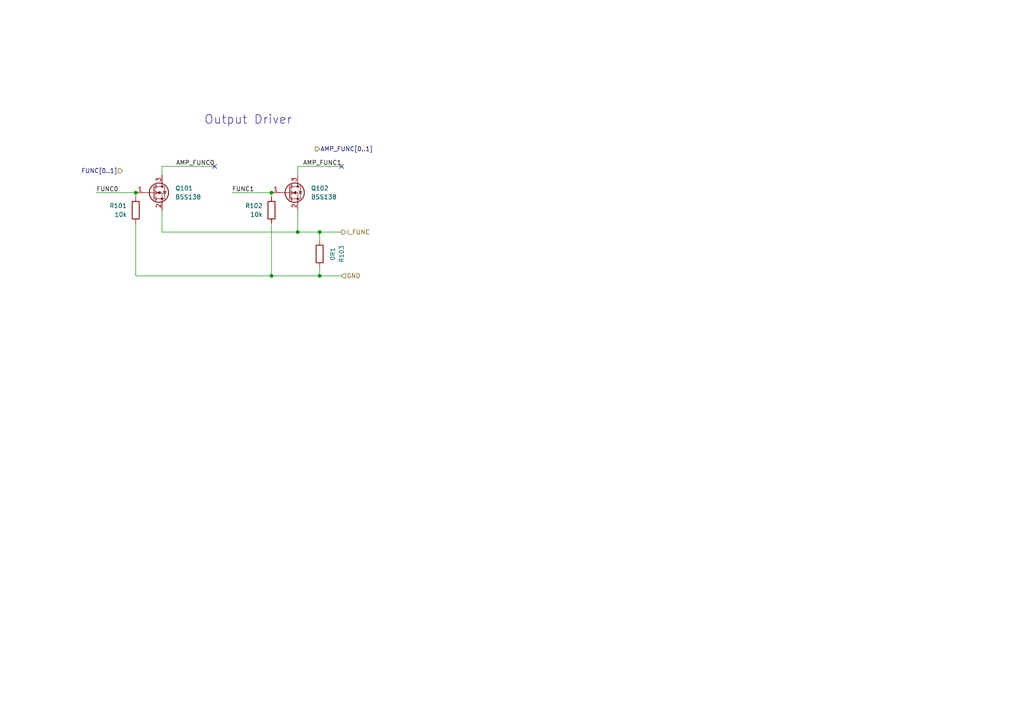
<source format=kicad_sch>
(kicad_sch
	(version 20231120)
	(generator "eeschema")
	(generator_version "8.0")
	(uuid "05e300d5-f5fa-4357-9552-f348c65b0d1e")
	(paper "A4")
	(title_block
		(title "xDuinoRail - LocDecoder - Development Kit")
		(date "2024-10-09")
		(rev "v0.2")
		(company "Chatelain Engineering, Bern - CH")
	)
	(lib_symbols
		(symbol "Device:R"
			(pin_numbers hide)
			(pin_names
				(offset 0)
			)
			(exclude_from_sim no)
			(in_bom yes)
			(on_board yes)
			(property "Reference" "R"
				(at 2.032 0 90)
				(effects
					(font
						(size 1.27 1.27)
					)
				)
			)
			(property "Value" "R"
				(at 0 0 90)
				(effects
					(font
						(size 1.27 1.27)
					)
				)
			)
			(property "Footprint" ""
				(at -1.778 0 90)
				(effects
					(font
						(size 1.27 1.27)
					)
					(hide yes)
				)
			)
			(property "Datasheet" "~"
				(at 0 0 0)
				(effects
					(font
						(size 1.27 1.27)
					)
					(hide yes)
				)
			)
			(property "Description" "Resistor"
				(at 0 0 0)
				(effects
					(font
						(size 1.27 1.27)
					)
					(hide yes)
				)
			)
			(property "ki_keywords" "R res resistor"
				(at 0 0 0)
				(effects
					(font
						(size 1.27 1.27)
					)
					(hide yes)
				)
			)
			(property "ki_fp_filters" "R_*"
				(at 0 0 0)
				(effects
					(font
						(size 1.27 1.27)
					)
					(hide yes)
				)
			)
			(symbol "R_0_1"
				(rectangle
					(start -1.016 -2.54)
					(end 1.016 2.54)
					(stroke
						(width 0.254)
						(type default)
					)
					(fill
						(type none)
					)
				)
			)
			(symbol "R_1_1"
				(pin passive line
					(at 0 3.81 270)
					(length 1.27)
					(name "~"
						(effects
							(font
								(size 1.27 1.27)
							)
						)
					)
					(number "1"
						(effects
							(font
								(size 1.27 1.27)
							)
						)
					)
				)
				(pin passive line
					(at 0 -3.81 90)
					(length 1.27)
					(name "~"
						(effects
							(font
								(size 1.27 1.27)
							)
						)
					)
					(number "2"
						(effects
							(font
								(size 1.27 1.27)
							)
						)
					)
				)
			)
		)
		(symbol "Transistor_FET:BSS138"
			(pin_names hide)
			(exclude_from_sim no)
			(in_bom yes)
			(on_board yes)
			(property "Reference" "Q"
				(at 5.08 1.905 0)
				(effects
					(font
						(size 1.27 1.27)
					)
					(justify left)
				)
			)
			(property "Value" "BSS138"
				(at 5.08 0 0)
				(effects
					(font
						(size 1.27 1.27)
					)
					(justify left)
				)
			)
			(property "Footprint" "Package_TO_SOT_SMD:SOT-23"
				(at 5.08 -1.905 0)
				(effects
					(font
						(size 1.27 1.27)
						(italic yes)
					)
					(justify left)
					(hide yes)
				)
			)
			(property "Datasheet" "https://www.onsemi.com/pub/Collateral/BSS138-D.PDF"
				(at 5.08 -3.81 0)
				(effects
					(font
						(size 1.27 1.27)
					)
					(justify left)
					(hide yes)
				)
			)
			(property "Description" "50V Vds, 0.22A Id, N-Channel MOSFET, SOT-23"
				(at 0 0 0)
				(effects
					(font
						(size 1.27 1.27)
					)
					(hide yes)
				)
			)
			(property "ki_keywords" "N-Channel MOSFET"
				(at 0 0 0)
				(effects
					(font
						(size 1.27 1.27)
					)
					(hide yes)
				)
			)
			(property "ki_fp_filters" "SOT?23*"
				(at 0 0 0)
				(effects
					(font
						(size 1.27 1.27)
					)
					(hide yes)
				)
			)
			(symbol "BSS138_0_1"
				(polyline
					(pts
						(xy 0.254 0) (xy -2.54 0)
					)
					(stroke
						(width 0)
						(type default)
					)
					(fill
						(type none)
					)
				)
				(polyline
					(pts
						(xy 0.254 1.905) (xy 0.254 -1.905)
					)
					(stroke
						(width 0.254)
						(type default)
					)
					(fill
						(type none)
					)
				)
				(polyline
					(pts
						(xy 0.762 -1.27) (xy 0.762 -2.286)
					)
					(stroke
						(width 0.254)
						(type default)
					)
					(fill
						(type none)
					)
				)
				(polyline
					(pts
						(xy 0.762 0.508) (xy 0.762 -0.508)
					)
					(stroke
						(width 0.254)
						(type default)
					)
					(fill
						(type none)
					)
				)
				(polyline
					(pts
						(xy 0.762 2.286) (xy 0.762 1.27)
					)
					(stroke
						(width 0.254)
						(type default)
					)
					(fill
						(type none)
					)
				)
				(polyline
					(pts
						(xy 2.54 2.54) (xy 2.54 1.778)
					)
					(stroke
						(width 0)
						(type default)
					)
					(fill
						(type none)
					)
				)
				(polyline
					(pts
						(xy 2.54 -2.54) (xy 2.54 0) (xy 0.762 0)
					)
					(stroke
						(width 0)
						(type default)
					)
					(fill
						(type none)
					)
				)
				(polyline
					(pts
						(xy 0.762 -1.778) (xy 3.302 -1.778) (xy 3.302 1.778) (xy 0.762 1.778)
					)
					(stroke
						(width 0)
						(type default)
					)
					(fill
						(type none)
					)
				)
				(polyline
					(pts
						(xy 1.016 0) (xy 2.032 0.381) (xy 2.032 -0.381) (xy 1.016 0)
					)
					(stroke
						(width 0)
						(type default)
					)
					(fill
						(type outline)
					)
				)
				(polyline
					(pts
						(xy 2.794 0.508) (xy 2.921 0.381) (xy 3.683 0.381) (xy 3.81 0.254)
					)
					(stroke
						(width 0)
						(type default)
					)
					(fill
						(type none)
					)
				)
				(polyline
					(pts
						(xy 3.302 0.381) (xy 2.921 -0.254) (xy 3.683 -0.254) (xy 3.302 0.381)
					)
					(stroke
						(width 0)
						(type default)
					)
					(fill
						(type none)
					)
				)
				(circle
					(center 1.651 0)
					(radius 2.794)
					(stroke
						(width 0.254)
						(type default)
					)
					(fill
						(type none)
					)
				)
				(circle
					(center 2.54 -1.778)
					(radius 0.254)
					(stroke
						(width 0)
						(type default)
					)
					(fill
						(type outline)
					)
				)
				(circle
					(center 2.54 1.778)
					(radius 0.254)
					(stroke
						(width 0)
						(type default)
					)
					(fill
						(type outline)
					)
				)
			)
			(symbol "BSS138_1_1"
				(pin input line
					(at -5.08 0 0)
					(length 2.54)
					(name "G"
						(effects
							(font
								(size 1.27 1.27)
							)
						)
					)
					(number "1"
						(effects
							(font
								(size 1.27 1.27)
							)
						)
					)
				)
				(pin passive line
					(at 2.54 -5.08 90)
					(length 2.54)
					(name "S"
						(effects
							(font
								(size 1.27 1.27)
							)
						)
					)
					(number "2"
						(effects
							(font
								(size 1.27 1.27)
							)
						)
					)
				)
				(pin passive line
					(at 2.54 5.08 270)
					(length 2.54)
					(name "D"
						(effects
							(font
								(size 1.27 1.27)
							)
						)
					)
					(number "3"
						(effects
							(font
								(size 1.27 1.27)
							)
						)
					)
				)
			)
		)
	)
	(junction
		(at 78.74 80.01)
		(diameter 0)
		(color 0 0 0 0)
		(uuid "13a084fe-c576-47a5-8e4f-9734967be5c1")
	)
	(junction
		(at 39.37 55.88)
		(diameter 0)
		(color 0 0 0 0)
		(uuid "4ecad479-0860-4f93-82c6-fee751183b88")
	)
	(junction
		(at 92.71 80.01)
		(diameter 0)
		(color 0 0 0 0)
		(uuid "687bd17d-4714-4ee2-a90c-9dfb198bfcf5")
	)
	(junction
		(at 92.71 67.31)
		(diameter 0)
		(color 0 0 0 0)
		(uuid "8c534507-bc06-49df-a84d-0d693f9a2600")
	)
	(junction
		(at 78.74 55.88)
		(diameter 0)
		(color 0 0 0 0)
		(uuid "b21b4d02-a044-404c-a4aa-d018763d619d")
	)
	(junction
		(at 86.36 67.31)
		(diameter 0)
		(color 0 0 0 0)
		(uuid "da4f7b5b-2aa8-4ff1-b8fd-886f157c5e8c")
	)
	(no_connect
		(at 99.06 48.26)
		(uuid "41781d6b-c3eb-4ff9-97f3-66dbf02e558f")
	)
	(no_connect
		(at 62.23 48.26)
		(uuid "73d9a760-e102-4b25-b477-2cca748b7d3b")
	)
	(wire
		(pts
			(xy 92.71 80.01) (xy 99.06 80.01)
		)
		(stroke
			(width 0)
			(type default)
		)
		(uuid "0e54e2fd-71f3-4e52-93b6-03551506b8a1")
	)
	(wire
		(pts
			(xy 86.36 60.96) (xy 86.36 67.31)
		)
		(stroke
			(width 0)
			(type default)
		)
		(uuid "346d1176-4fb5-4482-bd3b-badb56dbb3d9")
	)
	(wire
		(pts
			(xy 46.99 60.96) (xy 46.99 67.31)
		)
		(stroke
			(width 0)
			(type default)
		)
		(uuid "3d1adf67-4072-418e-b9a3-6ece3b3630c4")
	)
	(wire
		(pts
			(xy 78.74 80.01) (xy 92.71 80.01)
		)
		(stroke
			(width 0)
			(type default)
		)
		(uuid "4689d224-2090-4eda-bcde-2a8100356c23")
	)
	(wire
		(pts
			(xy 46.99 48.26) (xy 62.23 48.26)
		)
		(stroke
			(width 0)
			(type default)
		)
		(uuid "4862abc6-22ee-43e6-bb97-837ca7bdfe20")
	)
	(wire
		(pts
			(xy 78.74 64.77) (xy 78.74 80.01)
		)
		(stroke
			(width 0)
			(type default)
		)
		(uuid "530bd754-d0c4-49b3-9ec9-b956a8e034c8")
	)
	(wire
		(pts
			(xy 39.37 80.01) (xy 78.74 80.01)
		)
		(stroke
			(width 0)
			(type default)
		)
		(uuid "61b29db4-1609-4579-80ff-5ad6eec8b317")
	)
	(wire
		(pts
			(xy 46.99 67.31) (xy 86.36 67.31)
		)
		(stroke
			(width 0)
			(type default)
		)
		(uuid "6751b240-6a2f-4880-8bde-b6e411e7656e")
	)
	(wire
		(pts
			(xy 39.37 64.77) (xy 39.37 80.01)
		)
		(stroke
			(width 0)
			(type default)
		)
		(uuid "70be521d-5be6-49bf-997c-8c8eb3976e3a")
	)
	(wire
		(pts
			(xy 92.71 67.31) (xy 99.06 67.31)
		)
		(stroke
			(width 0)
			(type default)
		)
		(uuid "7472918a-6557-4459-a206-b1f5020ef4d3")
	)
	(wire
		(pts
			(xy 78.74 57.15) (xy 78.74 55.88)
		)
		(stroke
			(width 0)
			(type default)
		)
		(uuid "7a85cc51-e701-4d62-b16a-b1a797d85cdc")
	)
	(wire
		(pts
			(xy 39.37 57.15) (xy 39.37 55.88)
		)
		(stroke
			(width 0)
			(type default)
		)
		(uuid "80f47dea-1546-4788-96d8-e79590db3dc2")
	)
	(wire
		(pts
			(xy 86.36 50.8) (xy 86.36 48.26)
		)
		(stroke
			(width 0)
			(type default)
		)
		(uuid "97345768-be53-4021-a01d-2339960f371b")
	)
	(wire
		(pts
			(xy 86.36 67.31) (xy 92.71 67.31)
		)
		(stroke
			(width 0)
			(type default)
		)
		(uuid "a21942c3-8a22-4d25-abae-a7feb11f06d0")
	)
	(wire
		(pts
			(xy 86.36 48.26) (xy 99.06 48.26)
		)
		(stroke
			(width 0)
			(type default)
		)
		(uuid "afc0045f-da11-4167-8f67-d7550da42de6")
	)
	(wire
		(pts
			(xy 67.31 55.88) (xy 78.74 55.88)
		)
		(stroke
			(width 0)
			(type default)
		)
		(uuid "b3253dae-4477-43d1-bef2-99400eb87802")
	)
	(wire
		(pts
			(xy 92.71 67.31) (xy 92.71 69.85)
		)
		(stroke
			(width 0)
			(type default)
		)
		(uuid "b3aecf1a-4682-4b2c-be82-cc6086d93f32")
	)
	(wire
		(pts
			(xy 27.94 55.88) (xy 39.37 55.88)
		)
		(stroke
			(width 0)
			(type default)
		)
		(uuid "c0820ed5-f5a9-4928-8cf6-899d70f8c9de")
	)
	(wire
		(pts
			(xy 46.99 48.26) (xy 46.99 50.8)
		)
		(stroke
			(width 0)
			(type default)
		)
		(uuid "d62275f8-248b-48e6-afc2-2bf1567e356e")
	)
	(wire
		(pts
			(xy 92.71 80.01) (xy 92.71 77.47)
		)
		(stroke
			(width 0)
			(type default)
		)
		(uuid "e78bbe75-5c92-42d4-a556-a2500dec9d2c")
	)
	(text "Output Driver"
		(exclude_from_sim no)
		(at 59.182 36.322 0)
		(effects
			(font
				(size 2.54 2.54)
			)
			(justify left bottom)
		)
		(uuid "7128dfe5-4d62-41cf-89ec-af50d189f50c")
	)
	(label "FUNC0"
		(at 27.94 55.88 0)
		(effects
			(font
				(size 1.27 1.27)
			)
			(justify left bottom)
		)
		(uuid "1e1d462e-6707-4aa9-96de-709045886996")
	)
	(label "AMP_FUNC1"
		(at 99.06 48.26 180)
		(effects
			(font
				(size 1.27 1.27)
			)
			(justify right bottom)
		)
		(uuid "1f891498-1edc-46cc-9f30-1c880ac933ef")
	)
	(label "AMP_FUNC0"
		(at 62.23 48.26 180)
		(effects
			(font
				(size 1.27 1.27)
			)
			(justify right bottom)
		)
		(uuid "ad6b64a3-240c-4cba-9707-34ec4ce38ed0")
	)
	(label "FUNC1"
		(at 67.31 55.88 0)
		(effects
			(font
				(size 1.27 1.27)
			)
			(justify left bottom)
		)
		(uuid "d8c42e57-7210-4e53-b372-ca1eb9024951")
	)
	(hierarchical_label "FUNC[0..1]"
		(shape input)
		(at 35.56 49.53 180)
		(effects
			(font
				(size 1.27 1.27)
			)
			(justify right)
		)
		(uuid "10765cf9-2c47-4c4b-91bf-72d8d3fd53ef")
	)
	(hierarchical_label "AMP_FUNC[0..1]"
		(shape output)
		(at 91.44 43.18 0)
		(effects
			(font
				(size 1.27 1.27)
			)
			(justify left)
		)
		(uuid "36cc0a5b-e928-4cc2-bb83-e94799e7aecf")
	)
	(hierarchical_label "I_FUNC"
		(shape output)
		(at 99.06 67.31 0)
		(effects
			(font
				(size 1.27 1.27)
			)
			(justify left)
		)
		(uuid "b2def144-e17d-40b0-8bce-1b68e995bd21")
	)
	(hierarchical_label "GND"
		(shape input)
		(at 99.06 80.01 0)
		(effects
			(font
				(size 1.27 1.27)
			)
			(justify left)
		)
		(uuid "d3164f0b-14bf-43cb-985a-d7a45c428998")
	)
	(symbol
		(lib_id "Device:R")
		(at 78.74 60.96 0)
		(mirror y)
		(unit 1)
		(exclude_from_sim no)
		(in_bom yes)
		(on_board yes)
		(dnp no)
		(uuid "3b6d9ee0-b382-48ef-a426-55fbcbe38359")
		(property "Reference" "R102"
			(at 76.2 59.6899 0)
			(effects
				(font
					(size 1.27 1.27)
				)
				(justify left)
			)
		)
		(property "Value" "10k"
			(at 76.2 62.2299 0)
			(effects
				(font
					(size 1.27 1.27)
				)
				(justify left)
			)
		)
		(property "Footprint" "Resistor_SMD:R_0402_1005Metric"
			(at 80.518 60.96 90)
			(effects
				(font
					(size 1.27 1.27)
				)
				(hide yes)
			)
		)
		(property "Datasheet" "~"
			(at 78.74 60.96 0)
			(effects
				(font
					(size 1.27 1.27)
				)
				(hide yes)
			)
		)
		(property "Description" "Resistor"
			(at 78.74 60.96 0)
			(effects
				(font
					(size 1.27 1.27)
				)
				(hide yes)
			)
		)
		(property "OLI_ID" "10k_0402"
			(at 78.74 60.96 0)
			(effects
				(font
					(size 1.27 1.27)
				)
				(hide yes)
			)
		)
		(property "Sim.Type" ""
			(at 78.74 60.96 0)
			(effects
				(font
					(size 1.27 1.27)
				)
				(hide yes)
			)
		)
		(pin "2"
			(uuid "5c2baaa3-1450-413d-a2fd-471c8430bb1a")
		)
		(pin "1"
			(uuid "9bffa129-6e6a-426d-97ec-306590c497fb")
		)
		(instances
			(project "loco-driver-func"
				(path "/05e300d5-f5fa-4357-9552-f348c65b0d1e"
					(reference "R102")
					(unit 1)
				)
			)
			(project "xDuinoRails-Thor-M"
				(path "/fb33ec4e-6596-45d2-a121-8d3475acd69a/e1a52612-70a7-429e-ada6-6f2a698a279c"
					(reference "R1002")
					(unit 1)
				)
			)
		)
	)
	(symbol
		(lib_id "Device:R")
		(at 92.71 73.66 180)
		(unit 1)
		(exclude_from_sim no)
		(in_bom yes)
		(on_board yes)
		(dnp no)
		(uuid "3c985e2f-0660-4b35-b4ee-df812fc49019")
		(property "Reference" "R103"
			(at 99.06 73.66 90)
			(effects
				(font
					(size 1.27 1.27)
				)
			)
		)
		(property "Value" "0R1"
			(at 96.52 73.66 90)
			(effects
				(font
					(size 1.27 1.27)
				)
			)
		)
		(property "Footprint" "Resistor_SMD:R_1206_3216Metric_Pad1.30x1.75mm_HandSolder"
			(at 94.488 73.66 90)
			(effects
				(font
					(size 1.27 1.27)
				)
				(hide yes)
			)
		)
		(property "Datasheet" "~"
			(at 92.71 73.66 0)
			(effects
				(font
					(size 1.27 1.27)
				)
				(hide yes)
			)
		)
		(property "Description" "Resistor"
			(at 92.71 73.66 0)
			(effects
				(font
					(size 1.27 1.27)
				)
				(hide yes)
			)
		)
		(property "OLI_ID" "0R1_1206"
			(at 92.71 73.66 0)
			(effects
				(font
					(size 1.27 1.27)
				)
				(hide yes)
			)
		)
		(property "Frequency" ""
			(at 92.71 73.66 0)
			(effects
				(font
					(size 1.27 1.27)
				)
				(hide yes)
			)
		)
		(property "LCSC" ""
			(at 92.71 73.66 0)
			(effects
				(font
					(size 1.27 1.27)
				)
				(hide yes)
			)
		)
		(property "LCSC Part #" ""
			(at 92.71 73.66 0)
			(effects
				(font
					(size 1.27 1.27)
				)
				(hide yes)
			)
		)
		(property "Sim.Device" "R"
			(at 92.71 73.66 0)
			(effects
				(font
					(size 1.27 1.27)
				)
				(hide yes)
			)
		)
		(property "Sim.Pins" "1=+ 2=-"
			(at 92.71 73.66 0)
			(effects
				(font
					(size 1.27 1.27)
				)
				(hide yes)
			)
		)
		(property "rohs_cert_or_in_datasheet" ""
			(at 92.71 73.66 0)
			(effects
				(font
					(size 1.27 1.27)
				)
				(hide yes)
			)
		)
		(property "Sim.Type" ""
			(at 92.71 73.66 0)
			(effects
				(font
					(size 1.27 1.27)
				)
				(hide yes)
			)
		)
		(pin "2"
			(uuid "75dbad02-9dbf-479d-8b6b-2fef22793c12")
		)
		(pin "1"
			(uuid "a5771add-e777-4d60-a373-2677823b36a7")
		)
		(instances
			(project "loco-driver-func"
				(path "/05e300d5-f5fa-4357-9552-f348c65b0d1e"
					(reference "R103")
					(unit 1)
				)
			)
			(project "xDuinoRails-Thor-M"
				(path "/fb33ec4e-6596-45d2-a121-8d3475acd69a/e1a52612-70a7-429e-ada6-6f2a698a279c"
					(reference "R1003")
					(unit 1)
				)
			)
		)
	)
	(symbol
		(lib_id "Device:R")
		(at 39.37 60.96 0)
		(mirror y)
		(unit 1)
		(exclude_from_sim no)
		(in_bom yes)
		(on_board yes)
		(dnp no)
		(uuid "7b95f612-5d12-4185-90de-db1dc769bd12")
		(property "Reference" "R101"
			(at 36.83 59.6899 0)
			(effects
				(font
					(size 1.27 1.27)
				)
				(justify left)
			)
		)
		(property "Value" "10k"
			(at 36.83 62.2299 0)
			(effects
				(font
					(size 1.27 1.27)
				)
				(justify left)
			)
		)
		(property "Footprint" "Resistor_SMD:R_0402_1005Metric"
			(at 41.148 60.96 90)
			(effects
				(font
					(size 1.27 1.27)
				)
				(hide yes)
			)
		)
		(property "Datasheet" "~"
			(at 39.37 60.96 0)
			(effects
				(font
					(size 1.27 1.27)
				)
				(hide yes)
			)
		)
		(property "Description" "Resistor"
			(at 39.37 60.96 0)
			(effects
				(font
					(size 1.27 1.27)
				)
				(hide yes)
			)
		)
		(property "OLI_ID" "10k_0402"
			(at 39.37 60.96 0)
			(effects
				(font
					(size 1.27 1.27)
				)
				(hide yes)
			)
		)
		(property "Sim.Type" ""
			(at 39.37 60.96 0)
			(effects
				(font
					(size 1.27 1.27)
				)
				(hide yes)
			)
		)
		(pin "2"
			(uuid "b1de74ec-050f-4c4c-b8a8-c8984dfcbb42")
		)
		(pin "1"
			(uuid "51a602dd-8318-421c-85e3-41842503c08e")
		)
		(instances
			(project "loco-driver-func"
				(path "/05e300d5-f5fa-4357-9552-f348c65b0d1e"
					(reference "R101")
					(unit 1)
				)
			)
			(project "xDuinoRails-Thor-M"
				(path "/fb33ec4e-6596-45d2-a121-8d3475acd69a/e1a52612-70a7-429e-ada6-6f2a698a279c"
					(reference "R1001")
					(unit 1)
				)
			)
		)
	)
	(symbol
		(lib_id "Transistor_FET:BSS138")
		(at 44.45 55.88 0)
		(unit 1)
		(exclude_from_sim no)
		(in_bom yes)
		(on_board yes)
		(dnp no)
		(fields_autoplaced yes)
		(uuid "ab551eca-5c37-45a9-a325-31da0f670ab1")
		(property "Reference" "Q101"
			(at 50.8 54.6099 0)
			(effects
				(font
					(size 1.27 1.27)
				)
				(justify left)
			)
		)
		(property "Value" "BSS138"
			(at 50.8 57.1499 0)
			(effects
				(font
					(size 1.27 1.27)
				)
				(justify left)
			)
		)
		(property "Footprint" "Package_TO_SOT_SMD:SOT-23"
			(at 49.53 57.785 0)
			(effects
				(font
					(size 1.27 1.27)
					(italic yes)
				)
				(justify left)
				(hide yes)
			)
		)
		(property "Datasheet" "https://www.onsemi.com/pub/Collateral/BSS138-D.PDF"
			(at 49.53 59.69 0)
			(effects
				(font
					(size 1.27 1.27)
				)
				(justify left)
				(hide yes)
			)
		)
		(property "Description" "50V Vds, 0.22A Id, N-Channel MOSFET, SOT-23"
			(at 44.45 55.88 0)
			(effects
				(font
					(size 1.27 1.27)
				)
				(hide yes)
			)
		)
		(property "OLI_ID" "BSS138_SOT-23"
			(at 44.45 55.88 0)
			(effects
				(font
					(size 1.27 1.27)
				)
				(hide yes)
			)
		)
		(property "Sim.Type" ""
			(at 44.45 55.88 0)
			(effects
				(font
					(size 1.27 1.27)
				)
				(hide yes)
			)
		)
		(pin "1"
			(uuid "e3ba9eb8-bebd-4e79-9f22-ca92dc7088e5")
		)
		(pin "3"
			(uuid "e56ae462-5792-425a-aa57-2b9d18ab1efa")
		)
		(pin "2"
			(uuid "2b571809-695c-4ee8-9e73-b54d047b20bd")
		)
		(instances
			(project "loco-driver-func"
				(path "/05e300d5-f5fa-4357-9552-f348c65b0d1e"
					(reference "Q101")
					(unit 1)
				)
			)
			(project "xDuinoRails-Thor-M"
				(path "/fb33ec4e-6596-45d2-a121-8d3475acd69a/e1a52612-70a7-429e-ada6-6f2a698a279c"
					(reference "Q1001")
					(unit 1)
				)
			)
		)
	)
	(symbol
		(lib_id "Transistor_FET:BSS138")
		(at 83.82 55.88 0)
		(unit 1)
		(exclude_from_sim no)
		(in_bom yes)
		(on_board yes)
		(dnp no)
		(fields_autoplaced yes)
		(uuid "f57fa274-bd94-4d9e-9707-ce62e13bb202")
		(property "Reference" "Q102"
			(at 90.17 54.6099 0)
			(effects
				(font
					(size 1.27 1.27)
				)
				(justify left)
			)
		)
		(property "Value" "BSS138"
			(at 90.17 57.1499 0)
			(effects
				(font
					(size 1.27 1.27)
				)
				(justify left)
			)
		)
		(property "Footprint" "Package_TO_SOT_SMD:SOT-23"
			(at 88.9 57.785 0)
			(effects
				(font
					(size 1.27 1.27)
					(italic yes)
				)
				(justify left)
				(hide yes)
			)
		)
		(property "Datasheet" "https://www.onsemi.com/pub/Collateral/BSS138-D.PDF"
			(at 88.9 59.69 0)
			(effects
				(font
					(size 1.27 1.27)
				)
				(justify left)
				(hide yes)
			)
		)
		(property "Description" "50V Vds, 0.22A Id, N-Channel MOSFET, SOT-23"
			(at 83.82 55.88 0)
			(effects
				(font
					(size 1.27 1.27)
				)
				(hide yes)
			)
		)
		(property "OLI_ID" "BSS138_SOT-23"
			(at 83.82 55.88 0)
			(effects
				(font
					(size 1.27 1.27)
				)
				(hide yes)
			)
		)
		(property "Sim.Type" ""
			(at 83.82 55.88 0)
			(effects
				(font
					(size 1.27 1.27)
				)
				(hide yes)
			)
		)
		(pin "1"
			(uuid "afd63a93-cfce-4a7e-9e1f-89c91d962481")
		)
		(pin "3"
			(uuid "d6afeed4-ca1d-4d08-a10c-da5b8cf39edb")
		)
		(pin "2"
			(uuid "26b82162-9693-4cb5-8fe2-3c96c6ac2435")
		)
		(instances
			(project "loco-driver-func"
				(path "/05e300d5-f5fa-4357-9552-f348c65b0d1e"
					(reference "Q102")
					(unit 1)
				)
			)
			(project "xDuinoRails-Thor-M"
				(path "/fb33ec4e-6596-45d2-a121-8d3475acd69a/e1a52612-70a7-429e-ada6-6f2a698a279c"
					(reference "Q1002")
					(unit 1)
				)
			)
		)
	)
	(sheet_instances
		(path "/"
			(page "1")
		)
	)
)

</source>
